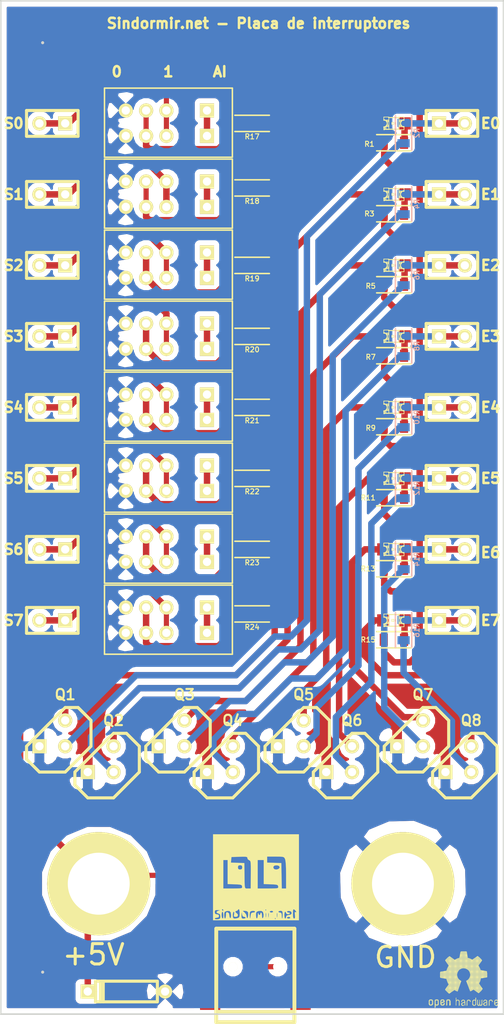
<source format=kicad_pcb>
(kicad_pcb (version 4) (host pcbnew "(2014-jul-16 BZR unknown)-product")
  (layers (0 F.Cu signal) (31 B.Cu signal) (34 B.Paste user) (35 F.Paste user) (36 B.SilkS user) (37 F.SilkS user) (38 B.Mask user) (39 F.Mask user) (44 Edge.Cuts user))
  (net 0 "")
  (net 1 +5V)
  (net 2 GND)
  (net 3 "Net-(D1-Pad1)")
  (net 4 "Net-(D1-Pad2)")
  (net 5 "Net-(D2-Pad1)")
  (net 6 "Net-(D2-Pad2)")
  (net 7 "Net-(D3-Pad1)")
  (net 8 "Net-(D3-Pad2)")
  (net 9 "Net-(D4-Pad1)")
  (net 10 "Net-(D4-Pad2)")
  (net 11 "Net-(D5-Pad1)")
  (net 12 "Net-(D5-Pad2)")
  (net 13 "Net-(D6-Pad1)")
  (net 14 "Net-(D6-Pad2)")
  (net 15 "Net-(D7-Pad1)")
  (net 16 "Net-(D7-Pad2)")
  (net 17 "Net-(D8-Pad1)")
  (net 18 "Net-(D8-Pad2)")
  (net 19 "Net-(J1-Pad2)")
  (net 20 "Net-(P2-Pad1)")
  (net 21 "Net-(P3-Pad1)")
  (net 22 "Net-(P4-Pad1)")
  (net 23 "Net-(P5-Pad1)")
  (net 24 "Net-(P6-Pad1)")
  (net 25 "Net-(P7-Pad1)")
  (net 26 "Net-(P8-Pad1)")
  (net 27 "Net-(P9-Pad1)")
  (net 28 "Net-(P10-Pad1)")
  (net 29 "Net-(P11-Pad1)")
  (net 30 "Net-(P12-Pad1)")
  (net 31 "Net-(P13-Pad1)")
  (net 32 "Net-(P14-Pad1)")
  (net 33 "Net-(P15-Pad1)")
  (net 34 "Net-(P16-Pad1)")
  (net 35 "Net-(P17-Pad1)")
  (net 36 "Net-(Q1-Pad2)")
  (net 37 "Net-(Q2-Pad2)")
  (net 38 "Net-(Q3-Pad2)")
  (net 39 "Net-(Q4-Pad2)")
  (net 40 "Net-(Q5-Pad2)")
  (net 41 "Net-(Q6-Pad2)")
  (net 42 "Net-(Q7-Pad2)")
  (net 43 "Net-(Q8-Pad2)")
  (net 44 "Net-(R17-Pad2)")
  (net 45 "Net-(R18-Pad2)")
  (net 46 "Net-(R19-Pad2)")
  (net 47 "Net-(R20-Pad2)")
  (net 48 "Net-(R21-Pad2)")
  (net 49 "Net-(R22-Pad2)")
  (net 50 "Net-(R23-Pad2)")
  (net 51 "Net-(R24-Pad2)")
  (net 52 "Net-(SW1-Pad1)")
  (net 53 "Net-(SW2-Pad1)")
  (net 54 "Net-(SW3-Pad1)")
  (net 55 "Net-(SW4-Pad1)")
  (net 56 "Net-(SW5-Pad1)")
  (net 57 "Net-(SW6-Pad1)")
  (net 58 "Net-(SW7-Pad1)")
  (net 59 "Net-(SW8-Pad1)")
  (module Divers:2PIN_6mm (layer F.Cu) (at 99.568 147.193 180)
    (fp_text reference P1 hide)
    (fp_text value CONN_2 hide)
    (pad 1 thru_hole circle (at -14.986 0 180) (size 10.16 10.16) (drill 6.096) (layers *.Cu *.Mask F.SilkS) (net 2 GND))
    (pad 2 thru_hole circle (at 14.986 0 180) (size 10.16 10.16) (drill 6.096) (layers *.Cu *.Mask F.SilkS) (net 1 +5V))
  )
  (module LEDs:LED-0805 (layer F.Cu) (at 113.665 72.39 180)
    (fp_text reference D1 hide)
    (fp_text value LED hide)
    (pad 1 smd rect (at -1.04902 0 180) (size 1.19888 1.19888) (layers F.Cu F.Paste F.Mask) (net 3 "Net-(D1-Pad1)"))
    (pad 2 smd rect (at 1.04902 0 180) (size 1.19888 1.19888) (layers F.Cu F.Paste F.Mask) (net 4 "Net-(D1-Pad2)"))
  )
  (module LEDs:LED-0805 (layer F.Cu) (at 113.665 79.375 180)
    (fp_text reference D2 hide)
    (fp_text value LED hide)
    (pad 1 smd rect (at -1.04902 0 180) (size 1.19888 1.19888) (layers F.Cu F.Paste F.Mask) (net 5 "Net-(D2-Pad1)"))
    (pad 2 smd rect (at 1.04902 0 180) (size 1.19888 1.19888) (layers F.Cu F.Paste F.Mask) (net 6 "Net-(D2-Pad2)"))
  )
  (module LEDs:LED-0805 (layer F.Cu) (at 113.665 86.36 180)
    (fp_text reference D3 hide)
    (fp_text value LED hide)
    (pad 1 smd rect (at -1.04902 0 180) (size 1.19888 1.19888) (layers F.Cu F.Paste F.Mask) (net 7 "Net-(D3-Pad1)"))
    (pad 2 smd rect (at 1.04902 0 180) (size 1.19888 1.19888) (layers F.Cu F.Paste F.Mask) (net 8 "Net-(D3-Pad2)"))
  )
  (module LEDs:LED-0805 (layer F.Cu) (at 113.665 93.345 180)
    (fp_text reference D4 hide)
    (fp_text value LED hide)
    (pad 1 smd rect (at -1.04902 0 180) (size 1.19888 1.19888) (layers F.Cu F.Paste F.Mask) (net 9 "Net-(D4-Pad1)"))
    (pad 2 smd rect (at 1.04902 0 180) (size 1.19888 1.19888) (layers F.Cu F.Paste F.Mask) (net 10 "Net-(D4-Pad2)"))
  )
  (module LEDs:LED-0805 (layer F.Cu) (at 113.665 100.33 180)
    (fp_text reference D5 hide)
    (fp_text value LED hide)
    (pad 1 smd rect (at -1.04902 0 180) (size 1.19888 1.19888) (layers F.Cu F.Paste F.Mask) (net 11 "Net-(D5-Pad1)"))
    (pad 2 smd rect (at 1.04902 0 180) (size 1.19888 1.19888) (layers F.Cu F.Paste F.Mask) (net 12 "Net-(D5-Pad2)"))
  )
  (module LEDs:LED-0805 (layer F.Cu) (at 113.665 107.315 180)
    (fp_text reference D6 hide)
    (fp_text value LED hide)
    (pad 1 smd rect (at -1.04902 0 180) (size 1.19888 1.19888) (layers F.Cu F.Paste F.Mask) (net 13 "Net-(D6-Pad1)"))
    (pad 2 smd rect (at 1.04902 0 180) (size 1.19888 1.19888) (layers F.Cu F.Paste F.Mask) (net 14 "Net-(D6-Pad2)"))
  )
  (module LEDs:LED-0805 (layer F.Cu) (at 113.665 114.3 180)
    (fp_text reference D7 hide)
    (fp_text value LED hide)
    (pad 1 smd rect (at -1.04902 0 180) (size 1.19888 1.19888) (layers F.Cu F.Paste F.Mask) (net 15 "Net-(D7-Pad1)"))
    (pad 2 smd rect (at 1.04902 0 180) (size 1.19888 1.19888) (layers F.Cu F.Paste F.Mask) (net 16 "Net-(D7-Pad2)"))
  )
  (module LEDs:LED-0805 (layer F.Cu) (at 113.665 121.285 180)
    (fp_text reference D8 hide)
    (fp_text value LED hide)
    (pad 1 smd rect (at -1.04902 0 180) (size 1.19888 1.19888) (layers F.Cu F.Paste F.Mask) (net 17 "Net-(D8-Pad1)"))
    (pad 2 smd rect (at 1.04902 0 180) (size 1.19888 1.19888) (layers F.Cu F.Paste F.Mask) (net 18 "Net-(D8-Pad2)"))
  )
  (module Discret:D3 (layer F.Cu) (at 87.3125 157.7975 180)
    (fp_text reference D9 hide)
    (fp_text value DIODE hide)
    (pad 2 thru_hole rect (at 3.81 0 180) (size 1.397 1.397) (drill 0.8128) (layers *.Cu *.Mask F.SilkS) (net 1 +5V))
    (pad 1 thru_hole circle (at -3.81 0 180) (size 1.397 1.397) (drill 0.8128) (layers *.Cu *.Mask F.SilkS) (net 2 GND))
  )
  (module Connect:USB_MINI_B (layer F.Cu) (at 100.0125 156.21 90)
    (fp_text reference J1 hide)
    (fp_text value USB hide)
    (pad 1 smd rect (at 3.44932 -1.6002 90) (size 2.30124 0.50038) (layers F.Cu F.Paste F.Mask) (net 1 +5V))
    (pad 2 smd rect (at 3.44932 -0.8001 90) (size 2.30124 0.50038) (layers F.Cu F.Paste F.Mask) (net 19 "Net-(J1-Pad2)"))
    (pad 3 smd rect (at 3.44932 0 90) (size 2.30124 0.50038) (layers F.Cu F.Paste F.Mask))
    (pad 4 smd rect (at 3.44932 0.8001 90) (size 2.30124 0.50038) (layers F.Cu F.Paste F.Mask) (net 2 GND))
    (pad 5 smd rect (at 3.44932 1.6002 90) (size 2.30124 0.50038) (layers F.Cu F.Paste F.Mask) (net 2 GND))
    (pad 6 smd rect (at 3.35026 -4.45008 90) (size 2.49936 1.99898) (layers F.Cu F.Paste F.Mask) (net 2 GND))
    (pad 7 smd rect (at -2.14884 -4.45008 90) (size 2.49936 1.99898) (layers F.Cu F.Paste F.Mask))
    (pad 8 smd rect (at 3.35026 4.45008 90) (size 2.49936 1.99898) (layers F.Cu F.Paste F.Mask))
    (pad 9 smd rect (at -2.14884 4.45008 90) (size 2.49936 1.99898) (layers F.Cu F.Paste F.Mask))
    (pad "" np_thru_hole circle (at 0.8509 -2.19964 90) (size 0.89916 0.89916) (drill 0.89916) (layers *.Cu *.Mask F.SilkS))
    (pad 2 np_thru_hole circle (at 0.8509 2.19964 90) (size 0.89916 0.89916) (drill 0.89916) (layers *.Cu *.Mask F.SilkS) (net 19 "Net-(J1-Pad2)"))
  )
  (module Connect:SIL-2 (layer F.Cu) (at 119.38 72.39)
    (fp_text reference P2 hide)
    (fp_text value CONN_2 hide)
    (pad 1 thru_hole rect (at -1.27 0) (size 1.397 1.397) (drill 0.8128) (layers *.Cu *.Mask F.SilkS) (net 20 "Net-(P2-Pad1)"))
    (pad 2 thru_hole circle (at 1.27 0) (size 1.397 1.397) (drill 0.8128) (layers *.Cu *.Mask F.SilkS) (net 20 "Net-(P2-Pad1)"))
  )
  (module Connect:SIL-2 (layer F.Cu) (at 119.38 79.375)
    (fp_text reference P3 hide)
    (fp_text value CONN_2 hide)
    (pad 1 thru_hole rect (at -1.27 0) (size 1.397 1.397) (drill 0.8128) (layers *.Cu *.Mask F.SilkS) (net 21 "Net-(P3-Pad1)"))
    (pad 2 thru_hole circle (at 1.27 0) (size 1.397 1.397) (drill 0.8128) (layers *.Cu *.Mask F.SilkS) (net 21 "Net-(P3-Pad1)"))
  )
  (module Connect:SIL-2 (layer F.Cu) (at 119.38 86.36)
    (fp_text reference P4 hide)
    (fp_text value CONN_2 hide)
    (pad 1 thru_hole rect (at -1.27 0) (size 1.397 1.397) (drill 0.8128) (layers *.Cu *.Mask F.SilkS) (net 22 "Net-(P4-Pad1)"))
    (pad 2 thru_hole circle (at 1.27 0) (size 1.397 1.397) (drill 0.8128) (layers *.Cu *.Mask F.SilkS) (net 22 "Net-(P4-Pad1)"))
  )
  (module Connect:SIL-2 (layer F.Cu) (at 119.38 93.345)
    (fp_text reference P5 hide)
    (fp_text value CONN_2 hide)
    (pad 1 thru_hole rect (at -1.27 0) (size 1.397 1.397) (drill 0.8128) (layers *.Cu *.Mask F.SilkS) (net 23 "Net-(P5-Pad1)"))
    (pad 2 thru_hole circle (at 1.27 0) (size 1.397 1.397) (drill 0.8128) (layers *.Cu *.Mask F.SilkS) (net 23 "Net-(P5-Pad1)"))
  )
  (module Connect:SIL-2 (layer F.Cu) (at 119.38 100.33)
    (fp_text reference P6 hide)
    (fp_text value CONN_2 hide)
    (pad 1 thru_hole rect (at -1.27 0) (size 1.397 1.397) (drill 0.8128) (layers *.Cu *.Mask F.SilkS) (net 24 "Net-(P6-Pad1)"))
    (pad 2 thru_hole circle (at 1.27 0) (size 1.397 1.397) (drill 0.8128) (layers *.Cu *.Mask F.SilkS) (net 24 "Net-(P6-Pad1)"))
  )
  (module Connect:SIL-2 (layer F.Cu) (at 119.38 107.315)
    (fp_text reference P7 hide)
    (fp_text value CONN_2 hide)
    (pad 1 thru_hole rect (at -1.27 0) (size 1.397 1.397) (drill 0.8128) (layers *.Cu *.Mask F.SilkS) (net 25 "Net-(P7-Pad1)"))
    (pad 2 thru_hole circle (at 1.27 0) (size 1.397 1.397) (drill 0.8128) (layers *.Cu *.Mask F.SilkS) (net 25 "Net-(P7-Pad1)"))
  )
  (module Connect:SIL-2 (layer F.Cu) (at 119.38 114.3)
    (fp_text reference P8 hide)
    (fp_text value CONN_2 hide)
    (pad 1 thru_hole rect (at -1.27 0) (size 1.397 1.397) (drill 0.8128) (layers *.Cu *.Mask F.SilkS) (net 26 "Net-(P8-Pad1)"))
    (pad 2 thru_hole circle (at 1.27 0) (size 1.397 1.397) (drill 0.8128) (layers *.Cu *.Mask F.SilkS) (net 26 "Net-(P8-Pad1)"))
  )
  (module Connect:SIL-2 (layer F.Cu) (at 119.38 121.285)
    (fp_text reference P9 hide)
    (fp_text value CONN_2 hide)
    (pad 1 thru_hole rect (at -1.27 0) (size 1.397 1.397) (drill 0.8128) (layers *.Cu *.Mask F.SilkS) (net 27 "Net-(P9-Pad1)"))
    (pad 2 thru_hole circle (at 1.27 0) (size 1.397 1.397) (drill 0.8128) (layers *.Cu *.Mask F.SilkS) (net 27 "Net-(P9-Pad1)"))
  )
  (module Connect:SIL-2 (layer F.Cu) (at 80.01 72.39 180)
    (fp_text reference P10 hide)
    (fp_text value CONN_2 hide)
    (pad 1 thru_hole rect (at -1.27 0 180) (size 1.397 1.397) (drill 0.8128) (layers *.Cu *.Mask F.SilkS) (net 28 "Net-(P10-Pad1)"))
    (pad 2 thru_hole circle (at 1.27 0 180) (size 1.397 1.397) (drill 0.8128) (layers *.Cu *.Mask F.SilkS) (net 28 "Net-(P10-Pad1)"))
  )
  (module Connect:SIL-2 (layer F.Cu) (at 80.01 79.375 180)
    (fp_text reference P11 hide)
    (fp_text value CONN_2 hide)
    (pad 1 thru_hole rect (at -1.27 0 180) (size 1.397 1.397) (drill 0.8128) (layers *.Cu *.Mask F.SilkS) (net 29 "Net-(P11-Pad1)"))
    (pad 2 thru_hole circle (at 1.27 0 180) (size 1.397 1.397) (drill 0.8128) (layers *.Cu *.Mask F.SilkS) (net 29 "Net-(P11-Pad1)"))
  )
  (module Connect:SIL-2 (layer F.Cu) (at 80.01 86.36 180)
    (fp_text reference P12 hide)
    (fp_text value CONN_2 hide)
    (pad 1 thru_hole rect (at -1.27 0 180) (size 1.397 1.397) (drill 0.8128) (layers *.Cu *.Mask F.SilkS) (net 30 "Net-(P12-Pad1)"))
    (pad 2 thru_hole circle (at 1.27 0 180) (size 1.397 1.397) (drill 0.8128) (layers *.Cu *.Mask F.SilkS) (net 30 "Net-(P12-Pad1)"))
  )
  (module Connect:SIL-2 (layer F.Cu) (at 80.01 93.345 180)
    (fp_text reference P13 hide)
    (fp_text value CONN_2 hide)
    (pad 1 thru_hole rect (at -1.27 0 180) (size 1.397 1.397) (drill 0.8128) (layers *.Cu *.Mask F.SilkS) (net 31 "Net-(P13-Pad1)"))
    (pad 2 thru_hole circle (at 1.27 0 180) (size 1.397 1.397) (drill 0.8128) (layers *.Cu *.Mask F.SilkS) (net 31 "Net-(P13-Pad1)"))
  )
  (module Connect:SIL-2 (layer F.Cu) (at 80.01 100.33 180)
    (fp_text reference P14 hide)
    (fp_text value CONN_2 hide)
    (pad 1 thru_hole rect (at -1.27 0 180) (size 1.397 1.397) (drill 0.8128) (layers *.Cu *.Mask F.SilkS) (net 32 "Net-(P14-Pad1)"))
    (pad 2 thru_hole circle (at 1.27 0 180) (size 1.397 1.397) (drill 0.8128) (layers *.Cu *.Mask F.SilkS) (net 32 "Net-(P14-Pad1)"))
  )
  (module Connect:SIL-2 (layer F.Cu) (at 80.01 107.315 180)
    (fp_text reference P15 hide)
    (fp_text value CONN_2 hide)
    (pad 1 thru_hole rect (at -1.27 0 180) (size 1.397 1.397) (drill 0.8128) (layers *.Cu *.Mask F.SilkS) (net 33 "Net-(P15-Pad1)"))
    (pad 2 thru_hole circle (at 1.27 0 180) (size 1.397 1.397) (drill 0.8128) (layers *.Cu *.Mask F.SilkS) (net 33 "Net-(P15-Pad1)"))
  )
  (module Connect:SIL-2 (layer F.Cu) (at 80.01 114.3 180)
    (fp_text reference P16 hide)
    (fp_text value CONN_2 hide)
    (pad 1 thru_hole rect (at -1.27 0 180) (size 1.397 1.397) (drill 0.8128) (layers *.Cu *.Mask F.SilkS) (net 34 "Net-(P16-Pad1)"))
    (pad 2 thru_hole circle (at 1.27 0 180) (size 1.397 1.397) (drill 0.8128) (layers *.Cu *.Mask F.SilkS) (net 34 "Net-(P16-Pad1)"))
  )
  (module Connect:SIL-2 (layer F.Cu) (at 80.01 121.285 180)
    (fp_text reference P17 hide)
    (fp_text value CONN_2 hide)
    (pad 1 thru_hole rect (at -1.27 0 180) (size 1.397 1.397) (drill 0.8128) (layers *.Cu *.Mask F.SilkS) (net 35 "Net-(P17-Pad1)"))
    (pad 2 thru_hole circle (at 1.27 0 180) (size 1.397 1.397) (drill 0.8128) (layers *.Cu *.Mask F.SilkS) (net 35 "Net-(P17-Pad1)"))
  )
  (module Discret:TO92-123 (layer F.Cu) (at 80.01 132.3975 180)
    (fp_text reference Q1 (at -1.27 3.81 180) (layer F.SilkS) (effects (font (size 1.016 1.016) (thickness 0.2032))))
    (fp_text value BC547 hide)
    (pad 3 thru_hole rect (at 1.27 -1.27 180) (size 1.397 1.397) (drill 0.8128) (layers *.Cu *.Mask F.SilkS) (net 2 GND))
    (pad 2 thru_hole circle (at -1.27 -1.27 180) (size 1.397 1.397) (drill 0.8128) (layers *.Cu *.Mask F.SilkS) (net 36 "Net-(Q1-Pad2)"))
    (pad 1 thru_hole circle (at -1.27 1.27 180) (size 1.397 1.397) (drill 0.8128) (layers *.Cu *.Mask F.SilkS) (net 4 "Net-(D1-Pad2)"))
  )
  (module Discret:TO92-123 (layer F.Cu) (at 84.7725 134.9375 180)
    (fp_text reference Q2 (at -1.27 3.81 180) (layer F.SilkS) (effects (font (size 1.016 1.016) (thickness 0.2032))))
    (fp_text value BC547 hide)
    (pad 3 thru_hole rect (at 1.27 -1.27 180) (size 1.397 1.397) (drill 0.8128) (layers *.Cu *.Mask F.SilkS) (net 2 GND))
    (pad 2 thru_hole circle (at -1.27 -1.27 180) (size 1.397 1.397) (drill 0.8128) (layers *.Cu *.Mask F.SilkS) (net 37 "Net-(Q2-Pad2)"))
    (pad 1 thru_hole circle (at -1.27 1.27 180) (size 1.397 1.397) (drill 0.8128) (layers *.Cu *.Mask F.SilkS) (net 6 "Net-(D2-Pad2)"))
  )
  (module Discret:TO92-123 (layer F.Cu) (at 91.7575 132.3975 180)
    (fp_text reference Q3 (at -1.27 3.81 180) (layer F.SilkS) (effects (font (size 1.016 1.016) (thickness 0.2032))))
    (fp_text value BC547 hide)
    (pad 3 thru_hole rect (at 1.27 -1.27 180) (size 1.397 1.397) (drill 0.8128) (layers *.Cu *.Mask F.SilkS) (net 2 GND))
    (pad 2 thru_hole circle (at -1.27 -1.27 180) (size 1.397 1.397) (drill 0.8128) (layers *.Cu *.Mask F.SilkS) (net 38 "Net-(Q3-Pad2)"))
    (pad 1 thru_hole circle (at -1.27 1.27 180) (size 1.397 1.397) (drill 0.8128) (layers *.Cu *.Mask F.SilkS) (net 8 "Net-(D3-Pad2)"))
  )
  (module Discret:TO92-123 (layer F.Cu) (at 96.52 134.9375 180)
    (fp_text reference Q4 (at -1.27 3.81 180) (layer F.SilkS) (effects (font (size 1.016 1.016) (thickness 0.2032))))
    (fp_text value BC547 hide)
    (pad 3 thru_hole rect (at 1.27 -1.27 180) (size 1.397 1.397) (drill 0.8128) (layers *.Cu *.Mask F.SilkS) (net 2 GND))
    (pad 2 thru_hole circle (at -1.27 -1.27 180) (size 1.397 1.397) (drill 0.8128) (layers *.Cu *.Mask F.SilkS) (net 39 "Net-(Q4-Pad2)"))
    (pad 1 thru_hole circle (at -1.27 1.27 180) (size 1.397 1.397) (drill 0.8128) (layers *.Cu *.Mask F.SilkS) (net 10 "Net-(D4-Pad2)"))
  )
  (module Discret:TO92-123 (layer F.Cu) (at 103.505 132.3975 180)
    (fp_text reference Q5 (at -1.27 3.81 180) (layer F.SilkS) (effects (font (size 1.016 1.016) (thickness 0.2032))))
    (fp_text value BC547 hide)
    (pad 3 thru_hole rect (at 1.27 -1.27 180) (size 1.397 1.397) (drill 0.8128) (layers *.Cu *.Mask F.SilkS) (net 2 GND))
    (pad 2 thru_hole circle (at -1.27 -1.27 180) (size 1.397 1.397) (drill 0.8128) (layers *.Cu *.Mask F.SilkS) (net 40 "Net-(Q5-Pad2)"))
    (pad 1 thru_hole circle (at -1.27 1.27 180) (size 1.397 1.397) (drill 0.8128) (layers *.Cu *.Mask F.SilkS) (net 12 "Net-(D5-Pad2)"))
  )
  (module Discret:TO92-123 (layer F.Cu) (at 108.2675 134.9375 180)
    (fp_text reference Q6 (at -1.27 3.81 180) (layer F.SilkS) (effects (font (size 1.016 1.016) (thickness 0.2032))))
    (fp_text value BC547 hide)
    (pad 3 thru_hole rect (at 1.27 -1.27 180) (size 1.397 1.397) (drill 0.8128) (layers *.Cu *.Mask F.SilkS) (net 2 GND))
    (pad 2 thru_hole circle (at -1.27 -1.27 180) (size 1.397 1.397) (drill 0.8128) (layers *.Cu *.Mask F.SilkS) (net 41 "Net-(Q6-Pad2)"))
    (pad 1 thru_hole circle (at -1.27 1.27 180) (size 1.397 1.397) (drill 0.8128) (layers *.Cu *.Mask F.SilkS) (net 14 "Net-(D6-Pad2)"))
  )
  (module Discret:TO92-123 (layer F.Cu) (at 115.2525 132.3975 180)
    (fp_text reference Q7 (at -1.27 3.81 180) (layer F.SilkS) (effects (font (size 1.016 1.016) (thickness 0.2032))))
    (fp_text value BC547 hide)
    (pad 3 thru_hole rect (at 1.27 -1.27 180) (size 1.397 1.397) (drill 0.8128) (layers *.Cu *.Mask F.SilkS) (net 2 GND))
    (pad 2 thru_hole circle (at -1.27 -1.27 180) (size 1.397 1.397) (drill 0.8128) (layers *.Cu *.Mask F.SilkS) (net 42 "Net-(Q7-Pad2)"))
    (pad 1 thru_hole circle (at -1.27 1.27 180) (size 1.397 1.397) (drill 0.8128) (layers *.Cu *.Mask F.SilkS) (net 16 "Net-(D7-Pad2)"))
  )
  (module Discret:TO92-123 (layer F.Cu) (at 120.015 134.9375 180)
    (fp_text reference Q8 (at -1.27 3.81 180) (layer F.SilkS) (effects (font (size 1.016 1.016) (thickness 0.2032))))
    (fp_text value BC547 hide)
    (pad 3 thru_hole rect (at 1.27 -1.27 180) (size 1.397 1.397) (drill 0.8128) (layers *.Cu *.Mask F.SilkS) (net 2 GND))
    (pad 2 thru_hole circle (at -1.27 -1.27 180) (size 1.397 1.397) (drill 0.8128) (layers *.Cu *.Mask F.SilkS) (net 43 "Net-(Q8-Pad2)"))
    (pad 1 thru_hole circle (at -1.27 1.27 180) (size 1.397 1.397) (drill 0.8128) (layers *.Cu *.Mask F.SilkS) (net 18 "Net-(D8-Pad2)"))
  )
  (module Resistors_SMD:R_0805 (layer F.Cu) (at 113.665 74.295)
    (fp_text reference R1 (at -2.413 0.127) (layer F.SilkS) (effects (font (size 0.5 0.5) (thickness 0.1))))
    (fp_text value 470R hide)
    (pad 1 smd rect (at -1.00076 0) (size 0.8001 1.19888) (layers F.Cu F.Paste F.Mask) (net 1 +5V))
    (pad 2 smd rect (at 1.00076 0) (size 0.8001 1.19888) (layers F.Cu F.Paste F.Mask) (net 3 "Net-(D1-Pad1)"))
  )
  (module Resistors_SMD:R_0805 (layer B.Cu) (at 114.6175 73.3425 270)
    (fp_text reference R2 (at 0 -1.3 270) (layer B.SilkS) (effects (font (size 0.5 0.5) (thickness 0.1)) (justify mirror)))
    (fp_text value 2K2 hide)
    (pad 1 smd rect (at -1.00076 0 270) (size 0.8001 1.19888) (layers B.Cu B.Paste B.Mask) (net 20 "Net-(P2-Pad1)"))
    (pad 2 smd rect (at 1.00076 0 270) (size 0.8001 1.19888) (layers B.Cu B.Paste B.Mask) (net 36 "Net-(Q1-Pad2)"))
  )
  (module Resistors_SMD:R_0805 (layer F.Cu) (at 113.665 81.28)
    (fp_text reference R3 (at -2.413 0) (layer F.SilkS) (effects (font (size 0.5 0.5) (thickness 0.1))))
    (fp_text value 470R hide)
    (pad 1 smd rect (at -1.00076 0) (size 0.8001 1.19888) (layers F.Cu F.Paste F.Mask) (net 1 +5V))
    (pad 2 smd rect (at 1.00076 0) (size 0.8001 1.19888) (layers F.Cu F.Paste F.Mask) (net 5 "Net-(D2-Pad1)"))
  )
  (module Resistors_SMD:R_0805 (layer B.Cu) (at 114.6175 80.3275 270)
    (fp_text reference R4 (at 0 -1.3 270) (layer B.SilkS) (effects (font (size 0.5 0.5) (thickness 0.1)) (justify mirror)))
    (fp_text value 2K2 hide)
    (pad 1 smd rect (at -1.00076 0 270) (size 0.8001 1.19888) (layers B.Cu B.Paste B.Mask) (net 21 "Net-(P3-Pad1)"))
    (pad 2 smd rect (at 1.00076 0 270) (size 0.8001 1.19888) (layers B.Cu B.Paste B.Mask) (net 37 "Net-(Q2-Pad2)"))
  )
  (module Resistors_SMD:R_0805 (layer F.Cu) (at 113.665 88.265)
    (fp_text reference R5 (at -2.286 0.127) (layer F.SilkS) (effects (font (size 0.5 0.5) (thickness 0.1))))
    (fp_text value 470R hide)
    (pad 1 smd rect (at -1.00076 0) (size 0.8001 1.19888) (layers F.Cu F.Paste F.Mask) (net 1 +5V))
    (pad 2 smd rect (at 1.00076 0) (size 0.8001 1.19888) (layers F.Cu F.Paste F.Mask) (net 7 "Net-(D3-Pad1)"))
  )
  (module Resistors_SMD:R_0805 (layer B.Cu) (at 114.6175 87.3125 270)
    (fp_text reference R6 (at 0 -1.3 270) (layer B.SilkS) (effects (font (size 0.5 0.5) (thickness 0.1)) (justify mirror)))
    (fp_text value 2K2 hide)
    (pad 1 smd rect (at -1.00076 0 270) (size 0.8001 1.19888) (layers B.Cu B.Paste B.Mask) (net 22 "Net-(P4-Pad1)"))
    (pad 2 smd rect (at 1.00076 0 270) (size 0.8001 1.19888) (layers B.Cu B.Paste B.Mask) (net 38 "Net-(Q3-Pad2)"))
  )
  (module Resistors_SMD:R_0805 (layer F.Cu) (at 113.665 95.25)
    (fp_text reference R7 (at -2.286 0.127) (layer F.SilkS) (effects (font (size 0.5 0.5) (thickness 0.1))))
    (fp_text value 470R hide)
    (pad 1 smd rect (at -1.00076 0) (size 0.8001 1.19888) (layers F.Cu F.Paste F.Mask) (net 1 +5V))
    (pad 2 smd rect (at 1.00076 0) (size 0.8001 1.19888) (layers F.Cu F.Paste F.Mask) (net 9 "Net-(D4-Pad1)"))
  )
  (module Resistors_SMD:R_0805 (layer B.Cu) (at 114.6175 94.2975 270)
    (fp_text reference R8 (at 0 -1.3 270) (layer B.SilkS) (effects (font (size 0.5 0.5) (thickness 0.1)) (justify mirror)))
    (fp_text value 2K2 hide)
    (pad 1 smd rect (at -1.00076 0 270) (size 0.8001 1.19888) (layers B.Cu B.Paste B.Mask) (net 23 "Net-(P5-Pad1)"))
    (pad 2 smd rect (at 1.00076 0 270) (size 0.8001 1.19888) (layers B.Cu B.Paste B.Mask) (net 39 "Net-(Q4-Pad2)"))
  )
  (module Resistors_SMD:R_0805 (layer F.Cu) (at 113.665 102.235)
    (fp_text reference R9 (at -2.286 0.127) (layer F.SilkS) (effects (font (size 0.5 0.5) (thickness 0.1))))
    (fp_text value 470R hide)
    (pad 1 smd rect (at -1.00076 0) (size 0.8001 1.19888) (layers F.Cu F.Paste F.Mask) (net 1 +5V))
    (pad 2 smd rect (at 1.00076 0) (size 0.8001 1.19888) (layers F.Cu F.Paste F.Mask) (net 11 "Net-(D5-Pad1)"))
  )
  (module Resistors_SMD:R_0805 (layer B.Cu) (at 114.6175 101.2825 270)
    (fp_text reference R10 (at 0 -1.3 270) (layer B.SilkS) (effects (font (size 0.5 0.5) (thickness 0.1)) (justify mirror)))
    (fp_text value 2K2 hide)
    (pad 1 smd rect (at -1.00076 0 270) (size 0.8001 1.19888) (layers B.Cu B.Paste B.Mask) (net 24 "Net-(P6-Pad1)"))
    (pad 2 smd rect (at 1.00076 0 270) (size 0.8001 1.19888) (layers B.Cu B.Paste B.Mask) (net 40 "Net-(Q5-Pad2)"))
  )
  (module Resistors_SMD:R_0805 (layer F.Cu) (at 113.665 109.22)
    (fp_text reference R11 (at -2.54 0) (layer F.SilkS) (effects (font (size 0.5 0.5) (thickness 0.1))))
    (fp_text value 470R hide)
    (pad 1 smd rect (at -1.00076 0) (size 0.8001 1.19888) (layers F.Cu F.Paste F.Mask) (net 1 +5V))
    (pad 2 smd rect (at 1.00076 0) (size 0.8001 1.19888) (layers F.Cu F.Paste F.Mask) (net 13 "Net-(D6-Pad1)"))
  )
  (module Resistors_SMD:R_0805 (layer B.Cu) (at 114.6175 108.2675 270)
    (fp_text reference R12 (at 0 -1.3 270) (layer B.SilkS) (effects (font (size 0.5 0.5) (thickness 0.1)) (justify mirror)))
    (fp_text value 2K2 hide)
    (pad 1 smd rect (at -1.00076 0 270) (size 0.8001 1.19888) (layers B.Cu B.Paste B.Mask) (net 25 "Net-(P7-Pad1)"))
    (pad 2 smd rect (at 1.00076 0 270) (size 0.8001 1.19888) (layers B.Cu B.Paste B.Mask) (net 41 "Net-(Q6-Pad2)"))
  )
  (module Resistors_SMD:R_0805 (layer F.Cu) (at 113.665 116.205)
    (fp_text reference R13 (at -2.54 0) (layer F.SilkS) (effects (font (size 0.5 0.5) (thickness 0.1))))
    (fp_text value 470R hide)
    (pad 1 smd rect (at -1.00076 0) (size 0.8001 1.19888) (layers F.Cu F.Paste F.Mask) (net 1 +5V))
    (pad 2 smd rect (at 1.00076 0) (size 0.8001 1.19888) (layers F.Cu F.Paste F.Mask) (net 15 "Net-(D7-Pad1)"))
  )
  (module Resistors_SMD:R_0805 (layer B.Cu) (at 114.6175 115.2525 270)
    (fp_text reference R14 (at 0 -1.3 270) (layer B.SilkS) (effects (font (size 0.5 0.5) (thickness 0.1)) (justify mirror)))
    (fp_text value 2K2 hide)
    (pad 1 smd rect (at -1.00076 0 270) (size 0.8001 1.19888) (layers B.Cu B.Paste B.Mask) (net 26 "Net-(P8-Pad1)"))
    (pad 2 smd rect (at 1.00076 0 270) (size 0.8001 1.19888) (layers B.Cu B.Paste B.Mask) (net 42 "Net-(Q7-Pad2)"))
  )
  (module Resistors_SMD:R_0805 (layer F.Cu) (at 113.665 123.19)
    (fp_text reference R15 (at -2.54 0) (layer F.SilkS) (effects (font (size 0.5 0.5) (thickness 0.1))))
    (fp_text value 470R hide)
    (pad 1 smd rect (at -1.00076 0) (size 0.8001 1.19888) (layers F.Cu F.Paste F.Mask) (net 1 +5V))
    (pad 2 smd rect (at 1.00076 0) (size 0.8001 1.19888) (layers F.Cu F.Paste F.Mask) (net 17 "Net-(D8-Pad1)"))
  )
  (module Resistors_SMD:R_0805 (layer B.Cu) (at 114.6175 122.2375 270)
    (fp_text reference R16 (at 0 -1.3 270) (layer B.SilkS) (effects (font (size 0.5 0.5) (thickness 0.1)) (justify mirror)))
    (fp_text value 2K2 hide)
    (pad 1 smd rect (at -1.00076 0 270) (size 0.8001 1.19888) (layers B.Cu B.Paste B.Mask) (net 27 "Net-(P9-Pad1)"))
    (pad 2 smd rect (at 1.00076 0 270) (size 0.8001 1.19888) (layers B.Cu B.Paste B.Mask) (net 43 "Net-(Q8-Pad2)"))
  )
  (module Resistors_SMD:R_0805 (layer F.Cu) (at 99.695 72.39 180)
    (fp_text reference R17 (at 0 -1.3 180) (layer F.SilkS) (effects (font (size 0.5 0.5) (thickness 0.1))))
    (fp_text value 1K hide)
    (pad 1 smd rect (at -1.00076 0 180) (size 0.8001 1.19888) (layers F.Cu F.Paste F.Mask) (net 1 +5V))
    (pad 2 smd rect (at 1.00076 0 180) (size 0.8001 1.19888) (layers F.Cu F.Paste F.Mask) (net 44 "Net-(R17-Pad2)"))
  )
  (module Resistors_SMD:R_0805 (layer F.Cu) (at 99.695 78.74 180)
    (fp_text reference R18 (at 0 -1.3 180) (layer F.SilkS) (effects (font (size 0.5 0.5) (thickness 0.1))))
    (fp_text value 1K hide)
    (pad 1 smd rect (at -1.00076 0 180) (size 0.8001 1.19888) (layers F.Cu F.Paste F.Mask) (net 1 +5V))
    (pad 2 smd rect (at 1.00076 0 180) (size 0.8001 1.19888) (layers F.Cu F.Paste F.Mask) (net 45 "Net-(R18-Pad2)"))
  )
  (module Resistors_SMD:R_0805 (layer F.Cu) (at 99.695 86.36 180)
    (fp_text reference R19 (at 0 -1.3 180) (layer F.SilkS) (effects (font (size 0.5 0.5) (thickness 0.1))))
    (fp_text value 1K hide)
    (pad 1 smd rect (at -1.00076 0 180) (size 0.8001 1.19888) (layers F.Cu F.Paste F.Mask) (net 1 +5V))
    (pad 2 smd rect (at 1.00076 0 180) (size 0.8001 1.19888) (layers F.Cu F.Paste F.Mask) (net 46 "Net-(R19-Pad2)"))
  )
  (module Resistors_SMD:R_0805 (layer F.Cu) (at 99.695 93.345 180)
    (fp_text reference R20 (at 0 -1.3 180) (layer F.SilkS) (effects (font (size 0.5 0.5) (thickness 0.1))))
    (fp_text value 1K hide)
    (pad 1 smd rect (at -1.00076 0 180) (size 0.8001 1.19888) (layers F.Cu F.Paste F.Mask) (net 1 +5V))
    (pad 2 smd rect (at 1.00076 0 180) (size 0.8001 1.19888) (layers F.Cu F.Paste F.Mask) (net 47 "Net-(R20-Pad2)"))
  )
  (module Resistors_SMD:R_0805 (layer F.Cu) (at 99.695 100.33 180)
    (fp_text reference R21 (at 0 -1.3 180) (layer F.SilkS) (effects (font (size 0.5 0.5) (thickness 0.1))))
    (fp_text value 1K hide)
    (pad 1 smd rect (at -1.00076 0 180) (size 0.8001 1.19888) (layers F.Cu F.Paste F.Mask) (net 1 +5V))
    (pad 2 smd rect (at 1.00076 0 180) (size 0.8001 1.19888) (layers F.Cu F.Paste F.Mask) (net 48 "Net-(R21-Pad2)"))
  )
  (module Resistors_SMD:R_0805 (layer F.Cu) (at 99.695 107.315 180)
    (fp_text reference R22 (at 0 -1.3 180) (layer F.SilkS) (effects (font (size 0.5 0.5) (thickness 0.1))))
    (fp_text value 1K hide)
    (pad 1 smd rect (at -1.00076 0 180) (size 0.8001 1.19888) (layers F.Cu F.Paste F.Mask) (net 1 +5V))
    (pad 2 smd rect (at 1.00076 0 180) (size 0.8001 1.19888) (layers F.Cu F.Paste F.Mask) (net 49 "Net-(R22-Pad2)"))
  )
  (module Resistors_SMD:R_0805 (layer F.Cu) (at 99.695 114.3 180)
    (fp_text reference R23 (at 0 -1.3 180) (layer F.SilkS) (effects (font (size 0.5 0.5) (thickness 0.1))))
    (fp_text value 1K hide)
    (pad 1 smd rect (at -1.00076 0 180) (size 0.8001 1.19888) (layers F.Cu F.Paste F.Mask) (net 1 +5V))
    (pad 2 smd rect (at 1.00076 0 180) (size 0.8001 1.19888) (layers F.Cu F.Paste F.Mask) (net 50 "Net-(R23-Pad2)"))
  )
  (module Resistors_SMD:R_0805 (layer F.Cu) (at 99.695 120.65 180)
    (fp_text reference R24 (at 0 -1.3 180) (layer F.SilkS) (effects (font (size 0.5 0.5) (thickness 0.1))))
    (fp_text value 1K hide)
    (pad 1 smd rect (at -1.00076 0 180) (size 0.8001 1.19888) (layers F.Cu F.Paste F.Mask) (net 1 +5V))
    (pad 2 smd rect (at 1.00076 0 180) (size 0.8001 1.19888) (layers F.Cu F.Paste F.Mask) (net 51 "Net-(R24-Pad2)"))
  )
  (module PI2:3WAY-SWITCH (layer F.Cu) (at 95.25 71.12 270)
    (fp_text reference SW1 hide)
    (fp_text value 3WAY_SWITCH hide)
    (pad 1 thru_hole rect (at 0 0 270) (size 1.397 1.397) (drill 0.8128) (layers *.Cu *.Mask F.SilkS) (net 52 "Net-(SW1-Pad1)"))
    (pad 2 thru_hole circle (at 0 4 270) (size 1.397 1.397) (drill 0.8128) (layers *.Cu *.Mask F.SilkS) (net 28 "Net-(P10-Pad1)"))
    (pad 3 thru_hole circle (at 0 6 270) (size 1.397 1.397) (drill 0.8128) (layers *.Cu *.Mask F.SilkS) (net 44 "Net-(R17-Pad2)"))
    (pad 4 thru_hole circle (at 0 8 270) (size 1.397 1.397) (drill 0.8128) (layers *.Cu *.Mask F.SilkS) (net 2 GND))
    (pad 1 thru_hole rect (at 2.5 0 270) (size 1.397 1.397) (drill 0.8128) (layers *.Cu *.Mask F.SilkS) (net 52 "Net-(SW1-Pad1)"))
    (pad 2 thru_hole circle (at 2.5 4 270) (size 1.397 1.397) (drill 0.8128) (layers *.Cu *.Mask F.SilkS) (net 28 "Net-(P10-Pad1)"))
    (pad 3 thru_hole circle (at 2.5 6 270) (size 1.397 1.397) (drill 0.8128) (layers *.Cu *.Mask F.SilkS) (net 44 "Net-(R17-Pad2)"))
    (pad 4 thru_hole circle (at 2.5 8 270) (size 1.397 1.397) (drill 0.8128) (layers *.Cu *.Mask F.SilkS) (net 2 GND))
  )
  (module PI2:3WAY-SWITCH (layer F.Cu) (at 95.25 78.105 270)
    (fp_text reference SW2 hide)
    (fp_text value 3WAY_SWITCH hide)
    (pad 1 thru_hole rect (at 0 0 270) (size 1.397 1.397) (drill 0.8128) (layers *.Cu *.Mask F.SilkS) (net 53 "Net-(SW2-Pad1)"))
    (pad 2 thru_hole circle (at 0 4 270) (size 1.397 1.397) (drill 0.8128) (layers *.Cu *.Mask F.SilkS) (net 29 "Net-(P11-Pad1)"))
    (pad 3 thru_hole circle (at 0 6 270) (size 1.397 1.397) (drill 0.8128) (layers *.Cu *.Mask F.SilkS) (net 45 "Net-(R18-Pad2)"))
    (pad 4 thru_hole circle (at 0 8 270) (size 1.397 1.397) (drill 0.8128) (layers *.Cu *.Mask F.SilkS) (net 2 GND))
    (pad 1 thru_hole rect (at 2.5 0 270) (size 1.397 1.397) (drill 0.8128) (layers *.Cu *.Mask F.SilkS) (net 53 "Net-(SW2-Pad1)"))
    (pad 2 thru_hole circle (at 2.5 4 270) (size 1.397 1.397) (drill 0.8128) (layers *.Cu *.Mask F.SilkS) (net 29 "Net-(P11-Pad1)"))
    (pad 3 thru_hole circle (at 2.5 6 270) (size 1.397 1.397) (drill 0.8128) (layers *.Cu *.Mask F.SilkS) (net 45 "Net-(R18-Pad2)"))
    (pad 4 thru_hole circle (at 2.5 8 270) (size 1.397 1.397) (drill 0.8128) (layers *.Cu *.Mask F.SilkS) (net 2 GND))
  )
  (module PI2:3WAY-SWITCH (layer F.Cu) (at 95.25 85.09 270)
    (fp_text reference SW3 hide)
    (fp_text value 3WAY_SWITCH hide)
    (pad 1 thru_hole rect (at 0 0 270) (size 1.397 1.397) (drill 0.8128) (layers *.Cu *.Mask F.SilkS) (net 54 "Net-(SW3-Pad1)"))
    (pad 2 thru_hole circle (at 0 4 270) (size 1.397 1.397) (drill 0.8128) (layers *.Cu *.Mask F.SilkS) (net 30 "Net-(P12-Pad1)"))
    (pad 3 thru_hole circle (at 0 6 270) (size 1.397 1.397) (drill 0.8128) (layers *.Cu *.Mask F.SilkS) (net 46 "Net-(R19-Pad2)"))
    (pad 4 thru_hole circle (at 0 8 270) (size 1.397 1.397) (drill 0.8128) (layers *.Cu *.Mask F.SilkS) (net 2 GND))
    (pad 1 thru_hole rect (at 2.5 0 270) (size 1.397 1.397) (drill 0.8128) (layers *.Cu *.Mask F.SilkS) (net 54 "Net-(SW3-Pad1)"))
    (pad 2 thru_hole circle (at 2.5 4 270) (size 1.397 1.397) (drill 0.8128) (layers *.Cu *.Mask F.SilkS) (net 30 "Net-(P12-Pad1)"))
    (pad 3 thru_hole circle (at 2.5 6 270) (size 1.397 1.397) (drill 0.8128) (layers *.Cu *.Mask F.SilkS) (net 46 "Net-(R19-Pad2)"))
    (pad 4 thru_hole circle (at 2.5 8 270) (size 1.397 1.397) (drill 0.8128) (layers *.Cu *.Mask F.SilkS) (net 2 GND))
  )
  (module PI2:3WAY-SWITCH (layer F.Cu) (at 95.25 92.075 270)
    (fp_text reference SW4 hide)
    (fp_text value 3WAY_SWITCH hide)
    (pad 1 thru_hole rect (at 0 0 270) (size 1.397 1.397) (drill 0.8128) (layers *.Cu *.Mask F.SilkS) (net 55 "Net-(SW4-Pad1)"))
    (pad 2 thru_hole circle (at 0 4 270) (size 1.397 1.397) (drill 0.8128) (layers *.Cu *.Mask F.SilkS) (net 31 "Net-(P13-Pad1)"))
    (pad 3 thru_hole circle (at 0 6 270) (size 1.397 1.397) (drill 0.8128) (layers *.Cu *.Mask F.SilkS) (net 47 "Net-(R20-Pad2)"))
    (pad 4 thru_hole circle (at 0 8 270) (size 1.397 1.397) (drill 0.8128) (layers *.Cu *.Mask F.SilkS) (net 2 GND))
    (pad 1 thru_hole rect (at 2.5 0 270) (size 1.397 1.397) (drill 0.8128) (layers *.Cu *.Mask F.SilkS) (net 55 "Net-(SW4-Pad1)"))
    (pad 2 thru_hole circle (at 2.5 4 270) (size 1.397 1.397) (drill 0.8128) (layers *.Cu *.Mask F.SilkS) (net 31 "Net-(P13-Pad1)"))
    (pad 3 thru_hole circle (at 2.5 6 270) (size 1.397 1.397) (drill 0.8128) (layers *.Cu *.Mask F.SilkS) (net 47 "Net-(R20-Pad2)"))
    (pad 4 thru_hole circle (at 2.5 8 270) (size 1.397 1.397) (drill 0.8128) (layers *.Cu *.Mask F.SilkS) (net 2 GND))
  )
  (module PI2:3WAY-SWITCH (layer F.Cu) (at 95.25 99.06 270)
    (fp_text reference SW5 hide)
    (fp_text value 3WAY_SWITCH hide)
    (pad 1 thru_hole rect (at 0 0 270) (size 1.397 1.397) (drill 0.8128) (layers *.Cu *.Mask F.SilkS) (net 56 "Net-(SW5-Pad1)"))
    (pad 2 thru_hole circle (at 0 4 270) (size 1.397 1.397) (drill 0.8128) (layers *.Cu *.Mask F.SilkS) (net 32 "Net-(P14-Pad1)"))
    (pad 3 thru_hole circle (at 0 6 270) (size 1.397 1.397) (drill 0.8128) (layers *.Cu *.Mask F.SilkS) (net 48 "Net-(R21-Pad2)"))
    (pad 4 thru_hole circle (at 0 8 270) (size 1.397 1.397) (drill 0.8128) (layers *.Cu *.Mask F.SilkS) (net 2 GND))
    (pad 1 thru_hole rect (at 2.5 0 270) (size 1.397 1.397) (drill 0.8128) (layers *.Cu *.Mask F.SilkS) (net 56 "Net-(SW5-Pad1)"))
    (pad 2 thru_hole circle (at 2.5 4 270) (size 1.397 1.397) (drill 0.8128) (layers *.Cu *.Mask F.SilkS) (net 32 "Net-(P14-Pad1)"))
    (pad 3 thru_hole circle (at 2.5 6 270) (size 1.397 1.397) (drill 0.8128) (layers *.Cu *.Mask F.SilkS) (net 48 "Net-(R21-Pad2)"))
    (pad 4 thru_hole circle (at 2.5 8 270) (size 1.397 1.397) (drill 0.8128) (layers *.Cu *.Mask F.SilkS) (net 2 GND))
  )
  (module PI2:3WAY-SWITCH (layer F.Cu) (at 95.25 106.045 270)
    (fp_text reference SW6 hide)
    (fp_text value 3WAY_SWITCH hide)
    (pad 1 thru_hole rect (at 0 0 270) (size 1.397 1.397) (drill 0.8128) (layers *.Cu *.Mask F.SilkS) (net 57 "Net-(SW6-Pad1)"))
    (pad 2 thru_hole circle (at 0 4 270) (size 1.397 1.397) (drill 0.8128) (layers *.Cu *.Mask F.SilkS) (net 33 "Net-(P15-Pad1)"))
    (pad 3 thru_hole circle (at 0 6 270) (size 1.397 1.397) (drill 0.8128) (layers *.Cu *.Mask F.SilkS) (net 49 "Net-(R22-Pad2)"))
    (pad 4 thru_hole circle (at 0 8 270) (size 1.397 1.397) (drill 0.8128) (layers *.Cu *.Mask F.SilkS) (net 2 GND))
    (pad 1 thru_hole rect (at 2.5 0 270) (size 1.397 1.397) (drill 0.8128) (layers *.Cu *.Mask F.SilkS) (net 57 "Net-(SW6-Pad1)"))
    (pad 2 thru_hole circle (at 2.5 4 270) (size 1.397 1.397) (drill 0.8128) (layers *.Cu *.Mask F.SilkS) (net 33 "Net-(P15-Pad1)"))
    (pad 3 thru_hole circle (at 2.5 6 270) (size 1.397 1.397) (drill 0.8128) (layers *.Cu *.Mask F.SilkS) (net 49 "Net-(R22-Pad2)"))
    (pad 4 thru_hole circle (at 2.5 8 270) (size 1.397 1.397) (drill 0.8128) (layers *.Cu *.Mask F.SilkS) (net 2 GND))
  )
  (module PI2:3WAY-SWITCH (layer F.Cu) (at 95.25 113.03 270)
    (fp_text reference SW7 hide)
    (fp_text value 3WAY_SWITCH hide)
    (pad 1 thru_hole rect (at 0 0 270) (size 1.397 1.397) (drill 0.8128) (layers *.Cu *.Mask F.SilkS) (net 58 "Net-(SW7-Pad1)"))
    (pad 2 thru_hole circle (at 0 4 270) (size 1.397 1.397) (drill 0.8128) (layers *.Cu *.Mask F.SilkS) (net 34 "Net-(P16-Pad1)"))
    (pad 3 thru_hole circle (at 0 6 270) (size 1.397 1.397) (drill 0.8128) (layers *.Cu *.Mask F.SilkS) (net 50 "Net-(R23-Pad2)"))
    (pad 4 thru_hole circle (at 0 8 270) (size 1.397 1.397) (drill 0.8128) (layers *.Cu *.Mask F.SilkS) (net 2 GND))
    (pad 1 thru_hole rect (at 2.5 0 270) (size 1.397 1.397) (drill 0.8128) (layers *.Cu *.Mask F.SilkS) (net 58 "Net-(SW7-Pad1)"))
    (pad 2 thru_hole circle (at 2.5 4 270) (size 1.397 1.397) (drill 0.8128) (layers *.Cu *.Mask F.SilkS) (net 34 "Net-(P16-Pad1)"))
    (pad 3 thru_hole circle (at 2.5 6 270) (size 1.397 1.397) (drill 0.8128) (layers *.Cu *.Mask F.SilkS) (net 50 "Net-(R23-Pad2)"))
    (pad 4 thru_hole circle (at 2.5 8 270) (size 1.397 1.397) (drill 0.8128) (layers *.Cu *.Mask F.SilkS) (net 2 GND))
  )
  (module PI2:3WAY-SWITCH (layer F.Cu) (at 95.25 120.015 270)
    (fp_text reference SW8 hide)
    (fp_text value 3WAY_SWITCH hide)
    (pad 1 thru_hole rect (at 0 0 270) (size 1.397 1.397) (drill 0.8128) (layers *.Cu *.Mask F.SilkS) (net 59 "Net-(SW8-Pad1)"))
    (pad 2 thru_hole circle (at 0 4 270) (size 1.397 1.397) (drill 0.8128) (layers *.Cu *.Mask F.SilkS) (net 35 "Net-(P17-Pad1)"))
    (pad 3 thru_hole circle (at 0 6 270) (size 1.397 1.397) (drill 0.8128) (layers *.Cu *.Mask F.SilkS) (net 51 "Net-(R24-Pad2)"))
    (pad 4 thru_hole circle (at 0 8 270) (size 1.397 1.397) (drill 0.8128) (layers *.Cu *.Mask F.SilkS) (net 2 GND))
    (pad 1 thru_hole rect (at 2.5 0 270) (size 1.397 1.397) (drill 0.8128) (layers *.Cu *.Mask F.SilkS) (net 59 "Net-(SW8-Pad1)"))
    (pad 2 thru_hole circle (at 2.5 4 270) (size 1.397 1.397) (drill 0.8128) (layers *.Cu *.Mask F.SilkS) (net 35 "Net-(P17-Pad1)"))
    (pad 3 thru_hole circle (at 2.5 6 270) (size 1.397 1.397) (drill 0.8128) (layers *.Cu *.Mask F.SilkS) (net 51 "Net-(R24-Pad2)"))
    (pad 4 thru_hole circle (at 2.5 8 270) (size 1.397 1.397) (drill 0.8128) (layers *.Cu *.Mask F.SilkS) (net 2 GND))
  )
  (module LOGOSD:LOGO (layer F.Cu) (at 100.076 146.558)
    (fp_text reference G*** hide)
    (fp_text value LOGO hide)
  )
  (module LOGOOH:OSHWLOGO0.3IN (layer F.Cu) (at 116.713 152.908)
    (fp_text reference G*** hide)
    (fp_text value LOGO hide)
  )
  (target plus (at 79.0575 64.4525) (size 0.005) (width 0.15) (layer Edge.Cuts))
  (target plus (at 79.0575 155.8925) (size 0.005) (width 0.15) (layer Edge.Cuts))
  (gr_text AI (at 96.52 67.31) (layer F.SilkS) (effects (font (size 1 1) (thickness 0.25))))
  (gr_text "Sindormir.net - Placa de interruptores" (at 100.33 62.5475) (layer F.SilkS) (effects (font (size 1 1) (thickness 0.25))))
  (gr_text GND (at 114.808 154.432) (layer F.SilkS) (effects (font (size 2 2) (thickness 0.3))))
  (gr_text +5V (at 84.074 154.178) (layer F.SilkS) (effects (font (size 2 2) (thickness 0.3))))
  (gr_text E7 (at 123.19 121.285) (layer F.SilkS) (effects (font (size 1 1) (thickness 0.25))))
  (gr_text "E6\n" (at 123.19 114.6175) (layer F.SilkS) (effects (font (size 1 1) (thickness 0.25))))
  (gr_text E5 (at 123.19 107.315) (layer F.SilkS) (effects (font (size 1 1) (thickness 0.25))))
  (gr_text E4 (at 123.19 100.33) (layer F.SilkS) (effects (font (size 1 1) (thickness 0.25))))
  (gr_text "E3\n" (at 123.19 93.345) (layer F.SilkS) (effects (font (size 1 1) (thickness 0.25))))
  (gr_text "E2\n" (at 123.19 86.36) (layer F.SilkS) (effects (font (size 1 1) (thickness 0.25))))
  (gr_text E1 (at 123.19 79.375) (layer F.SilkS) (effects (font (size 1 1) (thickness 0.25))))
  (gr_text 0 (at 86.36 67.31) (layer F.SilkS) (effects (font (size 1 1) (thickness 0.25))))
  (gr_text 1 (at 91.44 67.31) (layer F.SilkS) (effects (font (size 1 1) (thickness 0.25))))
  (gr_text S7 (at 76.2 121.285) (layer F.SilkS) (effects (font (size 1 1) (thickness 0.25))))
  (gr_text S6 (at 76.2 114.3) (layer F.SilkS) (effects (font (size 1 1) (thickness 0.25))))
  (gr_text "E0\n" (at 123.19 72.39) (layer F.SilkS) (effects (font (size 1 1) (thickness 0.25))))
  (gr_text S5 (at 76.2 107.315) (layer F.SilkS) (effects (font (size 1 1) (thickness 0.25))))
  (gr_text S4 (at 76.2 100.33) (layer F.SilkS) (effects (font (size 1 1) (thickness 0.25))))
  (gr_text S3 (at 76.2 93.345) (layer F.SilkS) (effects (font (size 1 1) (thickness 0.25))))
  (gr_text S2 (at 76.2 86.36) (layer F.SilkS) (effects (font (size 1 1) (thickness 0.25))))
  (gr_text S1 (at 76.2 79.375) (layer F.SilkS) (effects (font (size 1 1) (thickness 0.25))))
  (gr_text S0 (at 76.2 72.39) (layer F.SilkS) (effects (font (size 1 1) (thickness 0.25))))
  (gr_line (start 74.93 60.325) (end 74.93 160.02) (angle 90) (layer Edge.Cuts) (width 0.15))
  (gr_line (start 124.46 60.325) (end 74.93 60.325) (angle 90) (layer Edge.Cuts) (width 0.15))
  (gr_line (start 124.46 160.02) (end 124.46 60.325) (angle 90) (layer Edge.Cuts) (width 0.15))
  (gr_line (start 74.93 160.02) (end 124.46 160.02) (angle 90) (layer Edge.Cuts) (width 0.15))
  (segment (start 83.82 146.3675) (end 83.5025 146.685) (width 0.635) (layer F.Cu) (net 1))
  (segment (start 83.5025 146.685) (end 83.5025 157.7975) (width 0.635) (layer F.Cu) (net 1))
  (segment (start 100.69576 120.65) (end 100.69576 121.88444) (width 0.635) (layer F.Cu) (net 1))
  (segment (start 100.69576 121.88444) (end 97.4852 125.095) (width 0.635) (layer F.Cu) (net 1))
  (segment (start 97.4852 125.095) (end 80.645 125.095) (width 0.635) (layer F.Cu) (net 1))
  (segment (start 80.645 125.095) (end 76.835 128.905) (width 0.635) (layer F.Cu) (net 1))
  (segment (start 76.835 139.3825) (end 83.82 146.3675) (width 0.635) (layer F.Cu) (net 1))
  (segment (start 76.835 128.905) (end 76.835 139.3825) (width 0.635) (layer F.Cu) (net 1))
  (segment (start 83.82 146.3675) (end 84.709 146.3675) (width 0.635) (layer F.Cu) (net 1))
  (segment (start 100.69576 114.3) (end 100.69576 115.53444) (width 0.635) (layer F.Cu) (net 1))
  (segment (start 100.69576 115.53444) (end 100.69576 120.65) (width 0.635) (layer F.Cu) (net 1))
  (segment (start 100.69576 107.315) (end 100.69576 108.54944) (width 0.635) (layer F.Cu) (net 1))
  (segment (start 100.69576 108.54944) (end 100.69576 114.3) (width 0.635) (layer F.Cu) (net 1))
  (segment (start 100.69576 100.33) (end 100.69576 101.56444) (width 0.635) (layer F.Cu) (net 1))
  (segment (start 100.69576 101.56444) (end 100.69576 107.315) (width 0.635) (layer F.Cu) (net 1))
  (segment (start 100.69576 86.36) (end 100.69576 100.33) (width 0.635) (layer F.Cu) (net 1))
  (segment (start 100.69576 86.36) (end 100.69576 93.345) (width 0.635) (layer F.Cu) (net 1))
  (segment (start 100.69576 78.74) (end 100.69576 86.36) (width 0.635) (layer F.Cu) (net 1))
  (segment (start 100.69576 72.39) (end 100.69576 73.62444) (width 0.635) (layer F.Cu) (net 1))
  (segment (start 100.69576 73.62444) (end 100.69576 78.74) (width 0.635) (layer F.Cu) (net 1))
  (segment (start 116.205 76.835) (end 116.205 70.8025) (width 0.635) (layer F.Cu) (net 1))
  (segment (start 116.205 70.8025) (end 114.935 69.5325) (width 0.635) (layer F.Cu) (net 1))
  (segment (start 114.935 69.5325) (end 103.35387 69.5325) (width 0.635) (layer F.Cu) (net 1))
  (segment (start 103.35387 69.5325) (end 100.69576 72.19061) (width 0.635) (layer F.Cu) (net 1))
  (segment (start 100.69576 72.19061) (end 100.69576 72.39) (width 0.635) (layer F.Cu) (net 1))
  (segment (start 98.4123 152.76068) (end 98.4123 148.8948) (width 0.508) (layer F.Cu) (net 1))
  (segment (start 95.885 146.3675) (end 84.709 146.3675) (width 0.508) (layer F.Cu) (net 1))
  (segment (start 98.4123 148.8948) (end 95.885 146.3675) (width 0.508) (layer F.Cu) (net 1))
  (segment (start 112.7125 74.295) (end 112.7125 75.8825) (width 0.635) (layer F.Cu) (net 1))
  (segment (start 113.665 76.835) (end 116.205 76.835) (width 0.635) (layer F.Cu) (net 1))
  (segment (start 112.7125 75.8825) (end 113.665 76.835) (width 0.635) (layer F.Cu) (net 1))
  (segment (start 112.7125 81.28) (end 112.7125 82.55) (width 0.635) (layer F.Cu) (net 1))
  (segment (start 113.665 83.5025) (end 116.205 83.5025) (width 0.635) (layer F.Cu) (net 1))
  (segment (start 112.7125 82.55) (end 113.665 83.5025) (width 0.635) (layer F.Cu) (net 1))
  (segment (start 112.7125 88.265) (end 112.7125 89.535) (width 0.635) (layer F.Cu) (net 1))
  (segment (start 113.665 90.4875) (end 116.205 90.4875) (width 0.635) (layer F.Cu) (net 1))
  (segment (start 112.7125 89.535) (end 113.665 90.4875) (width 0.635) (layer F.Cu) (net 1))
  (segment (start 112.7125 95.25) (end 112.7125 97.155) (width 0.635) (layer F.Cu) (net 1))
  (segment (start 113.3475 97.79) (end 116.205 97.79) (width 0.635) (layer F.Cu) (net 1))
  (segment (start 112.7125 97.155) (end 113.3475 97.79) (width 0.635) (layer F.Cu) (net 1))
  (segment (start 116.205 97.79) (end 115.8875 97.79) (width 0.635) (layer F.Cu) (net 1))
  (segment (start 115.8875 97.79) (end 116.205 97.79) (width 0.635) (layer F.Cu) (net 1))
  (segment (start 112.7125 102.235) (end 112.7125 103.505) (width 0.635) (layer F.Cu) (net 1))
  (segment (start 113.3475 104.14) (end 116.205 104.14) (width 0.635) (layer F.Cu) (net 1))
  (segment (start 112.7125 103.505) (end 113.3475 104.14) (width 0.635) (layer F.Cu) (net 1))
  (segment (start 112.7125 109.22) (end 112.7125 110.8075) (width 0.635) (layer F.Cu) (net 1))
  (segment (start 113.3475 111.4425) (end 116.205 111.4425) (width 0.635) (layer F.Cu) (net 1))
  (segment (start 112.7125 110.8075) (end 113.3475 111.4425) (width 0.635) (layer F.Cu) (net 1))
  (segment (start 112.7125 116.205) (end 112.7125 117.7925) (width 0.635) (layer F.Cu) (net 1))
  (segment (start 113.3475 118.4275) (end 116.205 118.4275) (width 0.635) (layer F.Cu) (net 1))
  (segment (start 112.7125 117.7925) (end 113.3475 118.4275) (width 0.635) (layer F.Cu) (net 1))
  (segment (start 112.7125 124.46) (end 113.665 125.4125) (width 0.635) (layer F.Cu) (net 1))
  (segment (start 113.665 125.4125) (end 115.2525 125.4125) (width 0.635) (layer F.Cu) (net 1))
  (segment (start 115.2525 125.4125) (end 116.205 124.46) (width 0.635) (layer F.Cu) (net 1))
  (segment (start 112.7125 124.46) (end 112.7125 123.19) (width 0.635) (layer F.Cu) (net 1))
  (segment (start 116.205 76.835) (end 116.205 83.5025) (width 0.635) (layer F.Cu) (net 1))
  (segment (start 116.205 83.5025) (end 116.205 90.4875) (width 0.635) (layer F.Cu) (net 1))
  (segment (start 116.205 90.4875) (end 116.205 97.79) (width 0.635) (layer F.Cu) (net 1))
  (segment (start 116.205 97.79) (end 116.205 104.14) (width 0.635) (layer F.Cu) (net 1))
  (segment (start 116.205 104.14) (end 116.205 111.4425) (width 0.635) (layer F.Cu) (net 1))
  (segment (start 116.205 111.4425) (end 116.205 118.4275) (width 0.635) (layer F.Cu) (net 1))
  (segment (start 116.205 118.4275) (end 116.205 124.46) (width 0.635) (layer F.Cu) (net 1))
  (segment (start 101.6127 152.76068) (end 101.6127 149.8727) (width 0.635) (layer F.Cu) (net 2))
  (segment (start 101.6127 152.76068) (end 101.11232 152.76068) (width 0.635) (layer F.Cu) (net 2))
  (segment (start 114.71402 72.39) (end 114.71402 74.19848) (width 0.635) (layer F.Cu) (net 3))
  (segment (start 114.71402 74.19848) (end 114.6175 74.295) (width 0.635) (layer F.Cu) (net 3))
  (segment (start 112.61598 72.39) (end 111.76 72.39) (width 0.635) (layer F.Cu) (net 4))
  (segment (start 111.76 72.39) (end 101.9175 82.2325) (width 0.635) (layer F.Cu) (net 4))
  (segment (start 98.1075 126.6825) (end 81.5975 126.6825) (width 0.635) (layer F.Cu) (net 4))
  (segment (start 101.9175 82.2325) (end 101.9175 122.8725) (width 0.635) (layer F.Cu) (net 4))
  (segment (start 81.5975 126.6825) (end 81.28 127) (width 0.635) (layer F.Cu) (net 4))
  (segment (start 101.9175 122.8725) (end 98.1075 126.6825) (width 0.635) (layer F.Cu) (net 4))
  (segment (start 81.28 127) (end 81.28 131.1275) (width 0.635) (layer F.Cu) (net 4))
  (segment (start 114.71402 79.375) (end 114.71402 81.18348) (width 0.635) (layer F.Cu) (net 5))
  (segment (start 114.71402 81.18348) (end 114.6175 81.28) (width 0.635) (layer F.Cu) (net 5))
  (segment (start 86.0425 133.6675) (end 86.0425 130.4925) (width 0.635) (layer F.Cu) (net 6))
  (segment (start 88.5825 127.9525) (end 98.425 127.9525) (width 0.635) (layer F.Cu) (net 6))
  (segment (start 86.0425 130.4925) (end 88.5825 127.9525) (width 0.635) (layer F.Cu) (net 6))
  (segment (start 98.425 127.9525) (end 103.1875 123.19) (width 0.635) (layer F.Cu) (net 6))
  (segment (start 103.1875 123.19) (end 103.1875 85.4075) (width 0.635) (layer F.Cu) (net 6))
  (segment (start 103.1875 85.4075) (end 109.22 79.375) (width 0.635) (layer F.Cu) (net 6))
  (segment (start 109.22 79.375) (end 112.61598 79.375) (width 0.635) (layer F.Cu) (net 6))
  (segment (start 114.71402 86.36) (end 114.71402 88.16848) (width 0.635) (layer F.Cu) (net 7))
  (segment (start 114.71402 88.16848) (end 114.6175 88.265) (width 0.635) (layer F.Cu) (net 7))
  (segment (start 93.345 131.1275) (end 93.345 130.81) (width 0.635) (layer F.Cu) (net 8))
  (segment (start 93.345 130.81) (end 94.9325 129.2225) (width 0.635) (layer F.Cu) (net 8))
  (segment (start 94.9325 129.2225) (end 99.06 129.2225) (width 0.635) (layer F.Cu) (net 8))
  (segment (start 99.06 129.2225) (end 104.4575 123.825) (width 0.635) (layer F.Cu) (net 8))
  (segment (start 104.4575 123.825) (end 104.4575 91.1225) (width 0.635) (layer F.Cu) (net 8))
  (segment (start 109.22 86.36) (end 112.61598 86.36) (width 0.635) (layer F.Cu) (net 8))
  (segment (start 104.4575 91.1225) (end 109.22 86.36) (width 0.635) (layer F.Cu) (net 8))
  (segment (start 114.71402 93.345) (end 114.71402 95.15348) (width 0.635) (layer F.Cu) (net 9))
  (segment (start 114.71402 95.15348) (end 114.6175 95.25) (width 0.635) (layer F.Cu) (net 9))
  (segment (start 97.79 133.6675) (end 97.79 132.715) (width 0.635) (layer F.Cu) (net 10))
  (segment (start 97.79 132.715) (end 105.7275 124.7775) (width 0.635) (layer F.Cu) (net 10))
  (segment (start 105.7275 124.7775) (end 105.7275 97.2185) (width 0.635) (layer F.Cu) (net 10))
  (segment (start 105.7275 97.2185) (end 109.601 93.345) (width 0.635) (layer F.Cu) (net 10))
  (segment (start 109.601 93.345) (end 112.61598 93.345) (width 0.635) (layer F.Cu) (net 10))
  (segment (start 114.71402 100.33) (end 114.71402 102.13848) (width 0.635) (layer F.Cu) (net 11))
  (segment (start 114.71402 102.13848) (end 114.6175 102.235) (width 0.635) (layer F.Cu) (net 11))
  (segment (start 105.41 127.635) (end 104.775 128.27) (width 0.635) (layer F.Cu) (net 12))
  (segment (start 105.41 127.635) (end 106.9975 126.0475) (width 0.635) (layer F.Cu) (net 12))
  (segment (start 106.9975 126.0475) (end 106.9975 104.775) (width 0.635) (layer F.Cu) (net 12))
  (segment (start 106.9975 104.775) (end 106.9975 102.5525) (width 0.635) (layer F.Cu) (net 12))
  (segment (start 106.9975 102.5525) (end 109.22 100.33) (width 0.635) (layer F.Cu) (net 12))
  (segment (start 112.61598 100.33) (end 109.22 100.33) (width 0.635) (layer F.Cu) (net 12))
  (segment (start 104.775 128.27) (end 104.775 131.1275) (width 0.635) (layer F.Cu) (net 12))
  (segment (start 114.71402 107.315) (end 114.71402 109.12348) (width 0.635) (layer F.Cu) (net 13))
  (segment (start 114.71402 109.12348) (end 114.6175 109.22) (width 0.635) (layer F.Cu) (net 13))
  (segment (start 108.2675 129.8575) (end 108.2675 132.3975) (width 0.635) (layer F.Cu) (net 14))
  (segment (start 108.2675 129.8575) (end 108.2675 110.1725) (width 0.635) (layer F.Cu) (net 14))
  (segment (start 108.2675 110.1725) (end 111.125 107.315) (width 0.635) (layer F.Cu) (net 14))
  (segment (start 112.61598 107.315) (end 111.125 107.315) (width 0.635) (layer F.Cu) (net 14))
  (segment (start 108.2675 132.3975) (end 109.5375 133.6675) (width 0.635) (layer F.Cu) (net 14))
  (segment (start 114.71402 114.3) (end 114.71402 116.10848) (width 0.635) (layer F.Cu) (net 15))
  (segment (start 114.71402 116.10848) (end 114.6175 116.205) (width 0.635) (layer F.Cu) (net 15))
  (segment (start 112.395 128.5875) (end 114.6175 130.81) (width 0.635) (layer F.Cu) (net 16))
  (segment (start 112.61598 114.3) (end 110.8075 114.3) (width 0.635) (layer F.Cu) (net 16))
  (segment (start 109.5375 115.57) (end 110.8075 114.3) (width 0.635) (layer F.Cu) (net 16))
  (segment (start 109.5375 125.73) (end 109.5375 115.57) (width 0.635) (layer F.Cu) (net 16))
  (segment (start 112.395 128.5875) (end 109.5375 125.73) (width 0.635) (layer F.Cu) (net 16))
  (segment (start 116.205 130.81) (end 116.5225 131.1275) (width 0.635) (layer F.Cu) (net 16))
  (segment (start 114.6175 130.81) (end 116.205 130.81) (width 0.635) (layer F.Cu) (net 16))
  (segment (start 114.71402 121.285) (end 114.71402 123.09348) (width 0.635) (layer F.Cu) (net 17))
  (segment (start 114.71402 123.09348) (end 114.6175 123.19) (width 0.635) (layer F.Cu) (net 17))
  (segment (start 112.61598 121.285) (end 111.76 121.285) (width 0.635) (layer F.Cu) (net 18))
  (segment (start 111.76 121.285) (end 110.8075 122.2375) (width 0.635) (layer F.Cu) (net 18))
  (segment (start 110.8075 122.2375) (end 110.8075 124.7775) (width 0.635) (layer F.Cu) (net 18))
  (segment (start 110.8075 124.7775) (end 112.7125 126.6825) (width 0.635) (layer F.Cu) (net 18))
  (segment (start 112.7125 126.6825) (end 118.1735 126.6825) (width 0.635) (layer F.Cu) (net 18))
  (segment (start 118.1735 126.6825) (end 121.285 129.794) (width 0.635) (layer F.Cu) (net 18))
  (segment (start 121.285 129.794) (end 121.285 133.6675) (width 0.635) (layer F.Cu) (net 18))
  (segment (start 99.2124 152.76068) (end 99.2124 154.4574) (width 0.508) (layer F.Cu) (net 19))
  (segment (start 100.1141 155.3591) (end 102.21214 155.3591) (width 0.508) (layer F.Cu) (net 19))
  (segment (start 99.2124 154.4574) (end 100.1141 155.3591) (width 0.508) (layer F.Cu) (net 19))
  (segment (start 118.11 72.39) (end 114.6175 72.39) (width 0.635) (layer B.Cu) (net 20))
  (segment (start 118.11 72.39) (end 120.65 72.39) (width 0.635) (layer F.Cu) (net 20))
  (segment (start 118.11 79.375) (end 114.6175 79.375) (width 0.635) (layer B.Cu) (net 21))
  (segment (start 120.65 79.375) (end 118.11 79.375) (width 0.635) (layer F.Cu) (net 21))
  (segment (start 118.11 86.36) (end 114.6175 86.36) (width 0.635) (layer B.Cu) (net 22))
  (segment (start 118.11 86.36) (end 120.65 86.36) (width 0.635) (layer F.Cu) (net 22))
  (segment (start 118.11 93.345) (end 114.6175 93.345) (width 0.635) (layer B.Cu) (net 23))
  (segment (start 120.65 93.345) (end 118.11 93.345) (width 0.635) (layer F.Cu) (net 23))
  (segment (start 118.11 100.33) (end 114.6175 100.33) (width 0.635) (layer B.Cu) (net 24))
  (segment (start 118.11 100.33) (end 120.65 100.33) (width 0.635) (layer F.Cu) (net 24))
  (segment (start 118.11 107.315) (end 114.6175 107.315) (width 0.635) (layer B.Cu) (net 25))
  (segment (start 118.11 107.315) (end 120.65 107.315) (width 0.635) (layer F.Cu) (net 25))
  (segment (start 118.11 114.3) (end 114.6175 114.3) (width 0.635) (layer B.Cu) (net 26))
  (segment (start 118.11 114.3) (end 120.65 114.3) (width 0.635) (layer F.Cu) (net 26))
  (segment (start 118.11 121.285) (end 114.6175 121.285) (width 0.635) (layer B.Cu) (net 27))
  (segment (start 120.65 121.285) (end 118.11 121.285) (width 0.635) (layer F.Cu) (net 27))
  (segment (start 90.4875 68.8975) (end 91.25 69.66) (width 0.508) (layer F.Cu) (net 28))
  (segment (start 91.25 69.66) (end 91.25 71.12) (width 0.508) (layer F.Cu) (net 28))
  (segment (start 85.09 68.8975) (end 90.4875 68.8975) (width 0.508) (layer F.Cu) (net 28))
  (segment (start 81.28 72.39) (end 81.5975 72.39) (width 0.635) (layer F.Cu) (net 28))
  (segment (start 81.5975 72.39) (end 85.09 68.8975) (width 0.635) (layer F.Cu) (net 28))
  (segment (start 78.74 72.39) (end 81.28 72.39) (width 0.635) (layer F.Cu) (net 28))
  (segment (start 91.25 71.12) (end 91.25 73.62) (width 0.508) (layer F.Cu) (net 28))
  (segment (start 85.09 75.8825) (end 89.0275 75.8825) (width 0.635) (layer F.Cu) (net 29))
  (segment (start 89.0275 75.8825) (end 91.25 78.105) (width 0.635) (layer F.Cu) (net 29))
  (segment (start 81.28 79.375) (end 81.5975 79.375) (width 0.635) (layer F.Cu) (net 29))
  (segment (start 81.5975 79.375) (end 85.09 75.8825) (width 0.635) (layer F.Cu) (net 29))
  (segment (start 78.74 79.375) (end 81.28 79.375) (width 0.635) (layer F.Cu) (net 29))
  (segment (start 91.25 78.105) (end 91.25 80.605) (width 0.635) (layer F.Cu) (net 29))
  (segment (start 85.09 82.8675) (end 89.0275 82.8675) (width 0.635) (layer F.Cu) (net 30))
  (segment (start 89.0275 82.8675) (end 91.25 85.09) (width 0.635) (layer F.Cu) (net 30))
  (segment (start 81.28 86.36) (end 81.5975 86.36) (width 0.635) (layer F.Cu) (net 30))
  (segment (start 81.5975 86.36) (end 85.09 82.8675) (width 0.635) (layer F.Cu) (net 30))
  (segment (start 78.74 86.36) (end 81.28 86.36) (width 0.635) (layer F.Cu) (net 30))
  (segment (start 91.25 85.09) (end 91.25 87.59) (width 0.508) (layer F.Cu) (net 30))
  (segment (start 91.25 92.075) (end 91.25 91.087172) (width 0.635) (layer F.Cu) (net 31))
  (segment (start 91.25 91.087172) (end 90.015328 89.8525) (width 0.635) (layer F.Cu) (net 31))
  (segment (start 90.015328 89.8525) (end 85.09 89.8525) (width 0.635) (layer F.Cu) (net 31))
  (segment (start 81.28 93.345) (end 81.5975 93.345) (width 0.635) (layer F.Cu) (net 31))
  (segment (start 81.5975 93.345) (end 85.09 89.8525) (width 0.635) (layer F.Cu) (net 31))
  (segment (start 78.74 93.345) (end 81.28 93.345) (width 0.635) (layer F.Cu) (net 31))
  (segment (start 91.25 92.075) (end 91.25 94.575) (width 0.508) (layer F.Cu) (net 31))
  (segment (start 85.09 96.8375) (end 89.0275 96.8375) (width 0.635) (layer F.Cu) (net 32))
  (segment (start 89.0275 96.8375) (end 91.25 99.06) (width 0.635) (layer F.Cu) (net 32))
  (segment (start 81.28 100.33) (end 81.5975 100.33) (width 0.635) (layer F.Cu) (net 32))
  (segment (start 81.5975 100.33) (end 85.09 96.8375) (width 0.635) (layer F.Cu) (net 32))
  (segment (start 78.74 100.33) (end 81.28 100.33) (width 0.635) (layer F.Cu) (net 32))
  (segment (start 91.25 99.06) (end 91.25 101.56) (width 0.508) (layer F.Cu) (net 32))
  (segment (start 85.09 103.8225) (end 89.0275 103.8225) (width 0.635) (layer F.Cu) (net 33))
  (segment (start 89.0275 103.8225) (end 91.25 106.045) (width 0.635) (layer F.Cu) (net 33))
  (segment (start 91.25 106.045) (end 91.25 108.545) (width 0.508) (layer F.Cu) (net 33))
  (segment (start 81.28 107.315) (end 81.5975 107.315) (width 0.635) (layer F.Cu) (net 33))
  (segment (start 81.5975 107.315) (end 85.09 103.8225) (width 0.635) (layer F.Cu) (net 33))
  (segment (start 78.74 107.315) (end 81.28 107.315) (width 0.635) (layer F.Cu) (net 33))
  (segment (start 85.09 110.8075) (end 89.0275 110.8075) (width 0.635) (layer F.Cu) (net 34))
  (segment (start 89.0275 110.8075) (end 91.25 113.03) (width 0.635) (layer F.Cu) (net 34))
  (segment (start 81.28 114.3) (end 81.5975 114.3) (width 0.635) (layer F.Cu) (net 34))
  (segment (start 81.5975 114.3) (end 85.09 110.8075) (width 0.635) (layer F.Cu) (net 34))
  (segment (start 78.74 114.3) (end 81.28 114.3) (width 0.635) (layer F.Cu) (net 34))
  (segment (start 91.25 113.03) (end 91.25 115.53) (width 0.508) (layer F.Cu) (net 34))
  (segment (start 85.09 117.7925) (end 88.907102 117.7925) (width 0.635) (layer F.Cu) (net 35))
  (segment (start 81.28 121.285) (end 81.5975 121.285) (width 0.635) (layer F.Cu) (net 35))
  (segment (start 81.5975 121.285) (end 85.09 117.7925) (width 0.635) (layer F.Cu) (net 35))
  (segment (start 78.74 121.285) (end 81.28 121.285) (width 0.635) (layer F.Cu) (net 35))
  (segment (start 91.25 120.015) (end 91.25 122.515) (width 0.508) (layer F.Cu) (net 35))
  (segment (start 89.0275 117.7925) (end 91.25 120.015) (width 0.635) (layer F.Cu) (net 35))
  (segment (start 88.907102 117.7925) (end 89.0275 117.7925) (width 0.254) (layer F.Cu) (net 35))
  (segment (start 114.3 74.295) (end 114.6175 74.295) (width 0.635) (layer B.Cu) (net 36))
  (segment (start 114.3 74.295) (end 105.0925 83.5025) (width 0.635) (layer B.Cu) (net 36))
  (segment (start 105.0925 83.5025) (end 105.0925 121.285) (width 0.635) (layer B.Cu) (net 36))
  (segment (start 105.0925 121.285) (end 103.505 122.8725) (width 0.635) (layer B.Cu) (net 36))
  (segment (start 98.1075 126.6825) (end 88.250651 126.6825) (width 0.635) (layer B.Cu) (net 36))
  (segment (start 103.505 122.8725) (end 101.9175 122.8725) (width 0.635) (layer B.Cu) (net 36))
  (segment (start 88.250651 126.696849) (end 81.28 133.6675) (width 0.635) (layer B.Cu) (net 36))
  (segment (start 101.9175 122.8725) (end 98.1075 126.6825) (width 0.635) (layer B.Cu) (net 36))
  (segment (start 88.250651 126.6825) (end 88.250651 126.696849) (width 0.635) (layer B.Cu) (net 36))
  (segment (start 89.2175 127.9525) (end 88.5825 127.9525) (width 0.635) (layer B.Cu) (net 37))
  (segment (start 114.6175 81.28) (end 114.3 81.28) (width 0.635) (layer B.Cu) (net 37))
  (segment (start 98.425 127.9525) (end 89.2175 127.9525) (width 0.635) (layer B.Cu) (net 37))
  (segment (start 102.235 124.1425) (end 98.425 127.9525) (width 0.635) (layer B.Cu) (net 37))
  (segment (start 104.4575 124.1425) (end 102.235 124.1425) (width 0.635) (layer B.Cu) (net 37))
  (segment (start 106.3625 122.2375) (end 104.4575 124.1425) (width 0.635) (layer B.Cu) (net 37))
  (segment (start 106.3625 89.2175) (end 106.3625 122.2375) (width 0.635) (layer B.Cu) (net 37))
  (segment (start 114.3 81.28) (end 106.3625 89.2175) (width 0.635) (layer B.Cu) (net 37))
  (segment (start 83.82 133.985) (end 86.0425 136.2075) (width 0.635) (layer B.Cu) (net 37))
  (segment (start 83.82 132.715) (end 83.82 133.985) (width 0.635) (layer B.Cu) (net 37))
  (segment (start 88.5825 127.9525) (end 83.82 132.715) (width 0.635) (layer B.Cu) (net 37))
  (segment (start 107.6325 122.8725) (end 107.6325 95.25) (width 0.635) (layer B.Cu) (net 38))
  (segment (start 105.0925 125.4125) (end 107.6325 122.8725) (width 0.635) (layer B.Cu) (net 38))
  (segment (start 107.6325 95.25) (end 114.6175 88.265) (width 0.635) (layer B.Cu) (net 38))
  (segment (start 102.87 125.4125) (end 105.0925 125.4125) (width 0.635) (layer B.Cu) (net 38))
  (segment (start 99.06 129.2225) (end 102.87 125.4125) (width 0.635) (layer B.Cu) (net 38))
  (segment (start 97.4725 129.2225) (end 99.06 129.2225) (width 0.635) (layer B.Cu) (net 38))
  (segment (start 93.0275 133.6675) (end 97.4725 129.2225) (width 0.635) (layer B.Cu) (net 38))
  (segment (start 114.6175 95.25) (end 114.3 95.25) (width 0.635) (layer B.Cu) (net 39))
  (segment (start 98.425 130.4925) (end 95.885 133.0325) (width 0.635) (layer B.Cu) (net 39))
  (segment (start 114.3 95.25) (end 108.9025 100.6475) (width 0.635) (layer B.Cu) (net 39))
  (segment (start 108.9025 100.6475) (end 108.9025 124.1425) (width 0.635) (layer B.Cu) (net 39))
  (segment (start 108.9025 124.1425) (end 106.045 127) (width 0.635) (layer B.Cu) (net 39))
  (segment (start 95.885 134.3025) (end 97.79 136.2075) (width 0.635) (layer B.Cu) (net 39))
  (segment (start 106.045 127) (end 103.505 127) (width 0.635) (layer B.Cu) (net 39))
  (segment (start 103.505 127) (end 100.0125 130.4925) (width 0.635) (layer B.Cu) (net 39))
  (segment (start 100.0125 130.4925) (end 98.425 130.4925) (width 0.635) (layer B.Cu) (net 39))
  (segment (start 95.885 133.0325) (end 95.885 134.3025) (width 0.635) (layer B.Cu) (net 39))
  (segment (start 110.1725 106.3625) (end 114.3 102.235) (width 0.635) (layer B.Cu) (net 40))
  (segment (start 110.1725 125.73) (end 110.1725 106.3625) (width 0.635) (layer B.Cu) (net 40))
  (segment (start 114.3 102.235) (end 114.6175 102.235) (width 0.635) (layer B.Cu) (net 40))
  (segment (start 106.045001 129.857499) (end 110.1725 125.73) (width 0.635) (layer B.Cu) (net 40))
  (segment (start 106.045001 132.397499) (end 106.045001 129.857499) (width 0.635) (layer B.Cu) (net 40))
  (segment (start 104.775 133.6675) (end 106.045001 132.397499) (width 0.635) (layer B.Cu) (net 40))
  (segment (start 107.95 130.81) (end 107.95 134.62) (width 0.635) (layer B.Cu) (net 41))
  (segment (start 111.4425 111.76) (end 111.4425 127.3175) (width 0.635) (layer B.Cu) (net 41))
  (segment (start 107.95 134.62) (end 109.5375 136.2075) (width 0.635) (layer B.Cu) (net 41))
  (segment (start 113.9825 109.22) (end 111.4425 111.76) (width 0.635) (layer B.Cu) (net 41))
  (segment (start 111.4425 127.3175) (end 107.95 130.81) (width 0.635) (layer B.Cu) (net 41))
  (segment (start 114.6175 109.22) (end 113.9825 109.22) (width 0.635) (layer B.Cu) (net 41))
  (segment (start 116.5225 133.6675) (end 112.7125 129.8575) (width 0.635) (layer B.Cu) (net 42))
  (segment (start 112.7125 118.11) (end 112.7125 128.905) (width 0.635) (layer B.Cu) (net 42))
  (segment (start 112.7125 118.11) (end 114.6175 116.205) (width 0.635) (layer B.Cu) (net 42))
  (segment (start 112.7125 129.8575) (end 112.7125 128.905) (width 0.635) (layer B.Cu) (net 42))
  (segment (start 114.6175 126.4285) (end 114.6175 123.23826) (width 0.635) (layer B.Cu) (net 43))
  (segment (start 119.38 131.191) (end 114.6175 126.4285) (width 0.635) (layer B.Cu) (net 43))
  (segment (start 119.38 134.3025) (end 119.38 131.191) (width 0.635) (layer B.Cu) (net 43))
  (segment (start 121.285 136.2075) (end 119.38 134.3025) (width 0.635) (layer B.Cu) (net 43))
  (segment (start 89.25 71.12) (end 89.25 73.62) (width 0.508) (layer F.Cu) (net 44))
  (segment (start 89.25 74.607828) (end 89.572172 74.93) (width 0.635) (layer F.Cu) (net 44))
  (segment (start 89.25 73.62) (end 89.25 74.607828) (width 0.635) (layer F.Cu) (net 44))
  (segment (start 98.69424 72.58939) (end 98.69424 72.39) (width 0.254) (layer F.Cu) (net 44))
  (segment (start 96.35363 74.93) (end 98.69424 72.58939) (width 0.635) (layer F.Cu) (net 44))
  (segment (start 89.572172 74.93) (end 96.35363 74.93) (width 0.635) (layer F.Cu) (net 44))
  (segment (start 89.25 78.105) (end 89.25 80.605) (width 0.508) (layer F.Cu) (net 45))
  (segment (start 89.25 81.592828) (end 89.572172 81.915) (width 0.635) (layer F.Cu) (net 45))
  (segment (start 89.25 80.605) (end 89.25 81.592828) (width 0.635) (layer F.Cu) (net 45))
  (segment (start 98.69424 79.59344) (end 98.69424 78.74) (width 0.635) (layer F.Cu) (net 45))
  (segment (start 96.37268 81.915) (end 98.69424 79.59344) (width 0.635) (layer F.Cu) (net 45))
  (segment (start 89.572172 81.915) (end 96.37268 81.915) (width 0.635) (layer F.Cu) (net 45))
  (segment (start 89.948499 88.288499) (end 89.948499 88.297499) (width 0.254) (layer F.Cu) (net 46))
  (segment (start 89.25 87.59) (end 89.948499 88.288499) (width 0.635) (layer F.Cu) (net 46))
  (segment (start 89.948499 88.297499) (end 90.678 89.027) (width 0.635) (layer F.Cu) (net 46))
  (segment (start 98.69424 86.55939) (end 98.69424 86.36) (width 0.254) (layer F.Cu) (net 46))
  (segment (start 96.22663 89.027) (end 98.69424 86.55939) (width 0.635) (layer F.Cu) (net 46))
  (segment (start 90.678 89.027) (end 96.22663 89.027) (width 0.635) (layer F.Cu) (net 46))
  (segment (start 89.25 85.09) (end 89.25 87.59) (width 0.635) (layer F.Cu) (net 46))
  (segment (start 89.25 92.075) (end 89.25 94.575) (width 0.635) (layer F.Cu) (net 47))
  (segment (start 98.69424 93.54439) (end 98.69424 93.345) (width 0.254) (layer F.Cu) (net 47))
  (segment (start 96.22663 96.012) (end 98.69424 93.54439) (width 0.635) (layer F.Cu) (net 47))
  (segment (start 90.687 96.012) (end 96.22663 96.012) (width 0.635) (layer F.Cu) (net 47))
  (segment (start 89.25 94.575) (end 90.687 96.012) (width 0.635) (layer F.Cu) (net 47))
  (segment (start 89.25 99.06) (end 89.25 101.56) (width 0.635) (layer F.Cu) (net 48))
  (segment (start 89.948499 102.258499) (end 89.948499 102.267499) (width 0.254) (layer F.Cu) (net 48))
  (segment (start 89.25 101.56) (end 89.948499 102.258499) (width 0.635) (layer F.Cu) (net 48))
  (segment (start 89.948499 102.267499) (end 90.551 102.87) (width 0.635) (layer F.Cu) (net 48))
  (segment (start 98.69424 100.52939) (end 98.69424 100.33) (width 0.254) (layer F.Cu) (net 48))
  (segment (start 96.35363 102.87) (end 98.69424 100.52939) (width 0.635) (layer F.Cu) (net 48))
  (segment (start 90.551 102.87) (end 96.35363 102.87) (width 0.635) (layer F.Cu) (net 48))
  (segment (start 89.25 106.045) (end 89.25 108.545) (width 0.635) (layer F.Cu) (net 49))
  (segment (start 89.948499 109.243499) (end 89.948499 109.252499) (width 0.254) (layer F.Cu) (net 49))
  (segment (start 89.25 108.545) (end 89.948499 109.243499) (width 0.635) (layer F.Cu) (net 49))
  (segment (start 89.948499 109.252499) (end 90.551 109.855) (width 0.635) (layer F.Cu) (net 49))
  (segment (start 98.69424 107.51439) (end 98.69424 107.315) (width 0.254) (layer F.Cu) (net 49))
  (segment (start 96.35363 109.855) (end 98.69424 107.51439) (width 0.635) (layer F.Cu) (net 49))
  (segment (start 90.551 109.855) (end 96.35363 109.855) (width 0.635) (layer F.Cu) (net 49))
  (segment (start 89.25 113.03) (end 89.25 115.53) (width 0.635) (layer F.Cu) (net 50))
  (segment (start 89.948499 116.228499) (end 89.948499 116.237499) (width 0.254) (layer F.Cu) (net 50))
  (segment (start 89.25 115.53) (end 89.948499 116.228499) (width 0.635) (layer F.Cu) (net 50))
  (segment (start 89.948499 116.237499) (end 90.805 117.094) (width 0.635) (layer F.Cu) (net 50))
  (segment (start 98.69424 114.49939) (end 98.69424 114.3) (width 0.254) (layer F.Cu) (net 50))
  (segment (start 96.09963 117.094) (end 98.69424 114.49939) (width 0.635) (layer F.Cu) (net 50))
  (segment (start 90.805 117.094) (end 96.09963 117.094) (width 0.635) (layer F.Cu) (net 50))
  (segment (start 89.25 120.015) (end 89.25 122.515) (width 0.635) (layer F.Cu) (net 51))
  (segment (start 89.25 123.502828) (end 89.572172 123.825) (width 0.635) (layer F.Cu) (net 51))
  (segment (start 89.25 122.515) (end 89.25 123.502828) (width 0.635) (layer F.Cu) (net 51))
  (segment (start 98.69424 121.50344) (end 98.69424 120.65) (width 0.635) (layer F.Cu) (net 51))
  (segment (start 96.37268 123.825) (end 98.69424 121.50344) (width 0.635) (layer F.Cu) (net 51))
  (segment (start 89.572172 123.825) (end 96.37268 123.825) (width 0.635) (layer F.Cu) (net 51))
  (segment (start 95.25 71.12) (end 95.25 73.62) (width 0.635) (layer F.Cu) (net 52))
  (segment (start 95.25 78.105) (end 95.25 80.605) (width 0.635) (layer F.Cu) (net 53))
  (segment (start 95.25 85.09) (end 95.25 87.59) (width 0.635) (layer F.Cu) (net 54))
  (segment (start 95.25 92.075) (end 95.25 94.575) (width 0.635) (layer F.Cu) (net 55))
  (segment (start 95.25 99.06) (end 95.25 101.56) (width 0.635) (layer F.Cu) (net 56))
  (segment (start 95.25 106.045) (end 95.25 108.545) (width 0.635) (layer F.Cu) (net 57))
  (segment (start 95.25 113.03) (end 95.25 115.53) (width 0.635) (layer F.Cu) (net 58))
  (segment (start 95.25 120.015) (end 95.25 122.515) (width 0.635) (layer F.Cu) (net 59))
  (zone (net 2) (net_name GND) (layer F.Cu) (connect_pads (clearance 0.508)) (min_thickness 0.254) (fill yes (arc_segments 16) (thermal_gap 1.08) (thermal_bridge_width 1.08))
    (polygon (pts (xy 124.46 160.02) (xy 74.93 160.02) (xy 74.93 60.325) (xy 124.46 60.325)))
  )
  (zone (net 2) (net_name GND) (layer B.Cu) (connect_pads (clearance 0.508)) (min_thickness 0.254) (fill yes (arc_segments 16) (thermal_gap 1.08) (thermal_bridge_width 1.08))
    (polygon (pts (xy 124.46 160.02) (xy 74.93 160.02) (xy 74.93 60.325) (xy 124.46 60.325)))
  )
)
</source>
